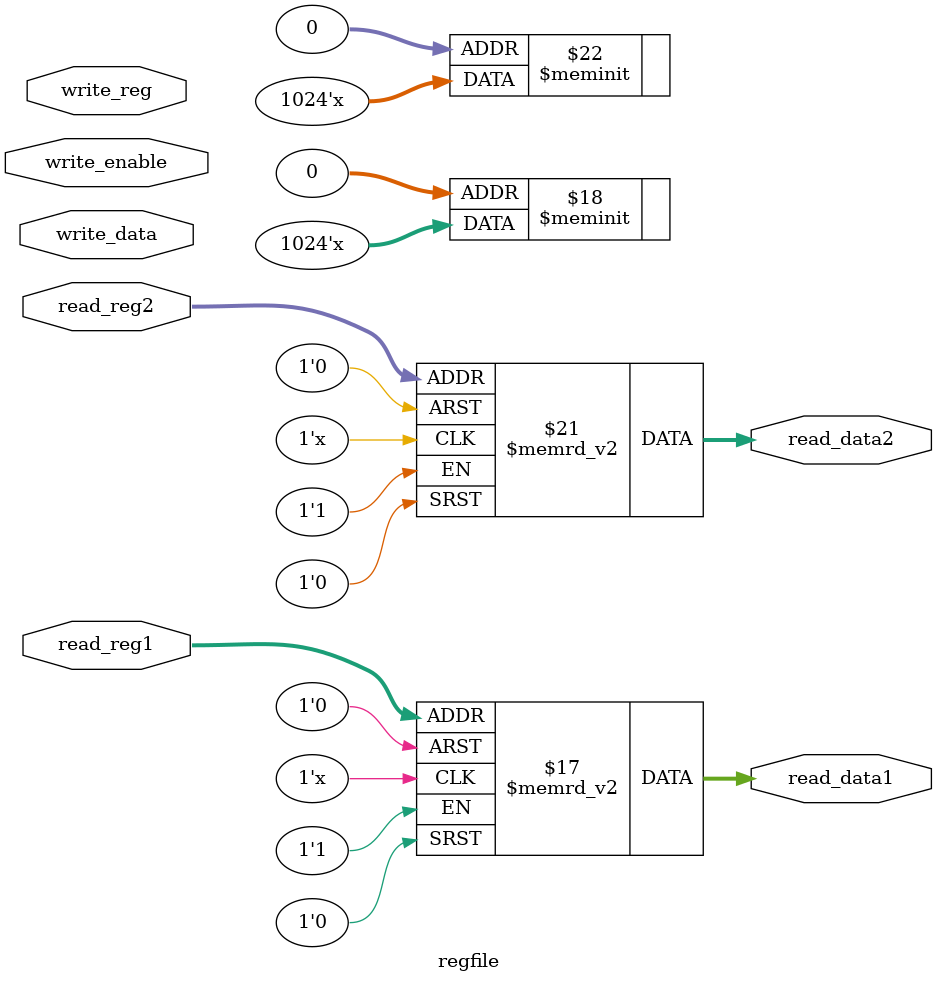
<source format=v>
module regfile (
    input [4:0] read_reg1, read_reg2, write_reg, // Números dos registradores
    input [31:0] write_data, // Dados a serem escritos
    input write_enable, // Sinal de controle de escrita
    output reg [31:0] read_data1, read_data2 // Dados dos registradores lidos
);

reg [31:0] registers [31:0]; // 32 registradores de 32 bits

always @(read_reg1 or read_reg2 or write_reg or write_data or write_enable) begin
    read_data1 = registers[read_reg1];
    read_data2 = registers[read_reg2];
    if (write_enable) begin
        registers[write_reg] = write_data;
    end
end

endmodule

</source>
